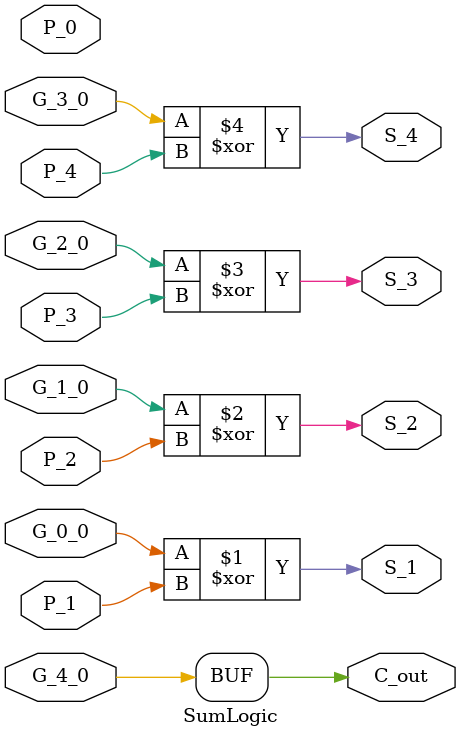
<source format=v>
module SumLogic ( P_0,G_0_0,P_1,G_1_0,P_2,G_2_0,P_3,G_3_0,P_4,G_4_0,S_1,S_2,S_3,S_4,C_out );
input P_0;
input G_0_0;
input P_1;
input G_1_0;
input P_2;
input G_2_0;
input P_3;
input G_3_0;
input P_4;
input G_4_0;
output S_1;
output S_2;
output S_3;
output S_4;
output C_out;
// Bit 1
assign S_1 = G_0_0 ^ P_1 ;
// Bit 2
assign S_2 = G_1_0 ^ P_2 ;
// Bit 3
assign S_3 = G_2_0 ^ P_3 ;
// Bit 4
assign S_4 = G_3_0 ^ P_4 ;
// Carry Out
assign C_out = G_4_0 ;
endmodule

</source>
